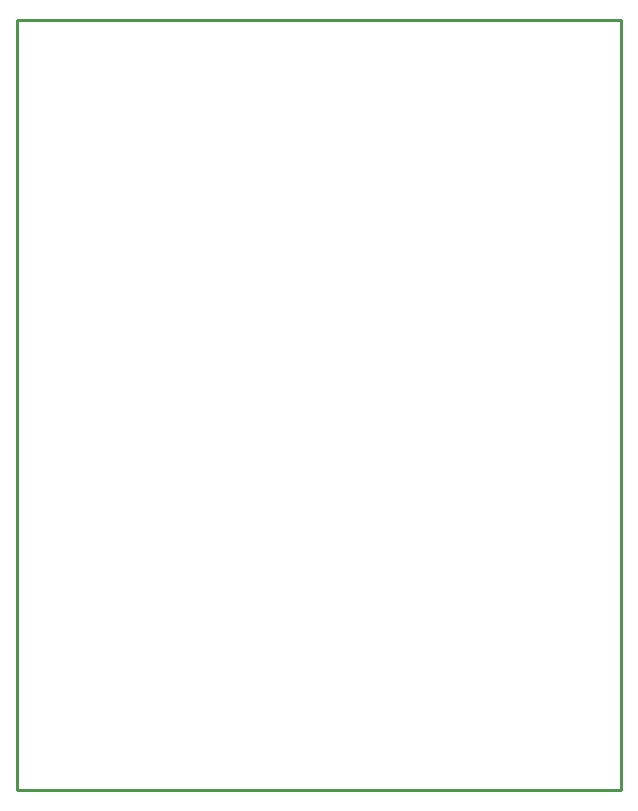
<source format=gko>
G04 Layer: BoardOutlineLayer*
G04 EasyEDA Pro v2.1.30.c6721c40.b3cfa9, 2023-12-21 20:12:35*
G04 Gerber Generator version 0.3*
G04 Scale: 100 percent, Rotated: No, Reflected: No*
G04 Dimensions in millimeters*
G04 Leading zeros omitted, absolute positions, 3 integers and 3 decimals*
%FSLAX33Y33*%
%MOMM*%
%ADD10C,0.254*%
G75*


G04 PolygonModel Start*
G54D10*
G01X51172Y-32591D02*
G01X51172Y32591D01*
G01X0D01*
G01Y-32591D01*
G01X51172D01*
G04 PolygonModel End*

M02*

</source>
